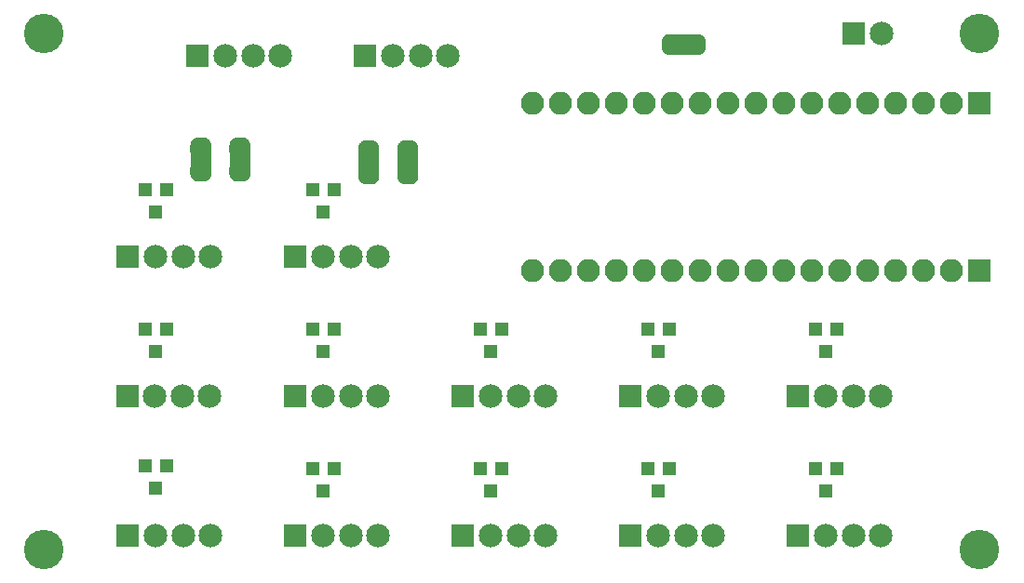
<source format=gbr>
G04 #@! TF.GenerationSoftware,KiCad,Pcbnew,(5.1.2)-2*
G04 #@! TF.CreationDate,2020-02-21T15:06:10-05:00*
G04 #@! TF.ProjectId,Micro-Breakout,4d696372-6f2d-4427-9265-616b6f75742e,rev?*
G04 #@! TF.SameCoordinates,Original*
G04 #@! TF.FileFunction,Soldermask,Top*
G04 #@! TF.FilePolarity,Negative*
%FSLAX46Y46*%
G04 Gerber Fmt 4.6, Leading zero omitted, Abs format (unit mm)*
G04 Created by KiCad (PCBNEW (5.1.2)-2) date 2020-02-21 15:06:10*
%MOMM*%
%LPD*%
G04 APERTURE LIST*
%ADD10O,2.100000X2.100000*%
%ADD11R,2.100000X2.100000*%
%ADD12R,2.150000X2.150000*%
%ADD13C,2.150000*%
%ADD14R,1.200000X1.300000*%
%ADD15C,0.500000*%
%ADD16C,0.100000*%
%ADD17R,1.900000X1.400000*%
%ADD18R,1.400000X1.900000*%
%ADD19C,3.600000*%
G04 APERTURE END LIST*
D10*
X151130000Y-97790000D03*
X153670000Y-97790000D03*
X156210000Y-97790000D03*
X158750000Y-97790000D03*
X161290000Y-97790000D03*
X163830000Y-97790000D03*
X166370000Y-97790000D03*
X168910000Y-97790000D03*
X171450000Y-97790000D03*
X173990000Y-97790000D03*
X176530000Y-97790000D03*
X179070000Y-97790000D03*
X181610000Y-97790000D03*
X184150000Y-97790000D03*
X186690000Y-97790000D03*
X189230000Y-97790000D03*
D11*
X191770000Y-97790000D03*
X191770000Y-113030000D03*
D10*
X189230000Y-113030000D03*
X186690000Y-113030000D03*
X184150000Y-113030000D03*
X181610000Y-113030000D03*
X179070000Y-113030000D03*
X176530000Y-113030000D03*
X173990000Y-113030000D03*
X171450000Y-113030000D03*
X168910000Y-113030000D03*
X166370000Y-113030000D03*
X163830000Y-113030000D03*
X161290000Y-113030000D03*
X158750000Y-113030000D03*
X156210000Y-113030000D03*
X153670000Y-113030000D03*
X151130000Y-113030000D03*
D12*
X114300000Y-111760000D03*
D13*
X116800000Y-111760000D03*
X119300000Y-111760000D03*
X121800000Y-111760000D03*
X137040000Y-124460000D03*
X134540000Y-124460000D03*
X132040000Y-124460000D03*
D12*
X129540000Y-124460000D03*
X114227001Y-124483001D03*
D13*
X116727001Y-124483001D03*
X119227001Y-124483001D03*
X121727001Y-124483001D03*
X137040000Y-111760000D03*
X134540000Y-111760000D03*
X132040000Y-111760000D03*
D12*
X129540000Y-111760000D03*
D14*
X117790000Y-118380000D03*
X115890000Y-118380000D03*
X116840000Y-120380000D03*
X116840000Y-132826000D03*
X115890000Y-130826000D03*
X117790000Y-130826000D03*
X117790000Y-105680000D03*
X115890000Y-105680000D03*
X116840000Y-107680000D03*
X132080000Y-107680000D03*
X131130000Y-105680000D03*
X133030000Y-105680000D03*
D15*
X124477356Y-104227742D03*
D16*
G36*
X123531199Y-103638724D02*
G01*
X123542580Y-103601205D01*
X123561062Y-103566628D01*
X123585935Y-103536321D01*
X123616242Y-103511448D01*
X123650819Y-103492966D01*
X123688338Y-103481585D01*
X123727356Y-103477742D01*
X125227356Y-103477742D01*
X125266374Y-103481585D01*
X125303893Y-103492966D01*
X125338470Y-103511448D01*
X125368777Y-103536321D01*
X125393650Y-103566628D01*
X125412132Y-103601205D01*
X125423513Y-103638724D01*
X125427356Y-103677742D01*
X125427356Y-104227742D01*
X125426754Y-104233854D01*
X125426754Y-104252276D01*
X125425791Y-104271882D01*
X125420981Y-104320713D01*
X125418102Y-104340122D01*
X125408530Y-104388247D01*
X125403760Y-104407290D01*
X125389516Y-104454245D01*
X125382905Y-104472722D01*
X125364128Y-104518055D01*
X125355733Y-104535803D01*
X125332602Y-104579076D01*
X125322516Y-104595904D01*
X125295256Y-104636703D01*
X125283561Y-104652472D01*
X125252433Y-104690401D01*
X125239253Y-104704942D01*
X125204556Y-104739639D01*
X125190015Y-104752819D01*
X125152086Y-104783947D01*
X125136317Y-104795642D01*
X125095518Y-104822902D01*
X125078690Y-104832988D01*
X125035417Y-104856119D01*
X125017669Y-104864514D01*
X124972336Y-104883291D01*
X124953859Y-104889902D01*
X124906904Y-104904146D01*
X124887861Y-104908916D01*
X124839736Y-104918488D01*
X124820327Y-104921367D01*
X124771496Y-104926177D01*
X124751890Y-104927140D01*
X124733468Y-104927140D01*
X124727356Y-104927742D01*
X124227356Y-104927742D01*
X124221244Y-104927140D01*
X124202822Y-104927140D01*
X124183216Y-104926177D01*
X124134385Y-104921367D01*
X124114976Y-104918488D01*
X124066851Y-104908916D01*
X124047808Y-104904146D01*
X124000853Y-104889902D01*
X123982376Y-104883291D01*
X123937043Y-104864514D01*
X123919295Y-104856119D01*
X123876022Y-104832988D01*
X123859194Y-104822902D01*
X123818395Y-104795642D01*
X123802626Y-104783947D01*
X123764697Y-104752819D01*
X123750156Y-104739639D01*
X123715459Y-104704942D01*
X123702279Y-104690401D01*
X123671151Y-104652472D01*
X123659456Y-104636703D01*
X123632196Y-104595904D01*
X123622110Y-104579076D01*
X123598979Y-104535803D01*
X123590584Y-104518055D01*
X123571807Y-104472722D01*
X123565196Y-104454245D01*
X123550952Y-104407290D01*
X123546182Y-104388247D01*
X123536610Y-104340122D01*
X123533731Y-104320713D01*
X123528921Y-104271882D01*
X123527958Y-104252276D01*
X123527958Y-104233854D01*
X123527356Y-104227742D01*
X123527356Y-103677742D01*
X123531199Y-103638724D01*
X123531199Y-103638724D01*
G37*
D15*
X124477356Y-101627742D03*
D16*
G36*
X123527958Y-101621630D02*
G01*
X123527958Y-101603208D01*
X123528921Y-101583602D01*
X123533731Y-101534771D01*
X123536610Y-101515362D01*
X123546182Y-101467237D01*
X123550952Y-101448194D01*
X123565196Y-101401239D01*
X123571807Y-101382762D01*
X123590584Y-101337429D01*
X123598979Y-101319681D01*
X123622110Y-101276408D01*
X123632196Y-101259580D01*
X123659456Y-101218781D01*
X123671151Y-101203012D01*
X123702279Y-101165083D01*
X123715459Y-101150542D01*
X123750156Y-101115845D01*
X123764697Y-101102665D01*
X123802626Y-101071537D01*
X123818395Y-101059842D01*
X123859194Y-101032582D01*
X123876022Y-101022496D01*
X123919295Y-100999365D01*
X123937043Y-100990970D01*
X123982376Y-100972193D01*
X124000853Y-100965582D01*
X124047808Y-100951338D01*
X124066851Y-100946568D01*
X124114976Y-100936996D01*
X124134385Y-100934117D01*
X124183216Y-100929307D01*
X124202822Y-100928344D01*
X124221244Y-100928344D01*
X124227356Y-100927742D01*
X124727356Y-100927742D01*
X124733468Y-100928344D01*
X124751890Y-100928344D01*
X124771496Y-100929307D01*
X124820327Y-100934117D01*
X124839736Y-100936996D01*
X124887861Y-100946568D01*
X124906904Y-100951338D01*
X124953859Y-100965582D01*
X124972336Y-100972193D01*
X125017669Y-100990970D01*
X125035417Y-100999365D01*
X125078690Y-101022496D01*
X125095518Y-101032582D01*
X125136317Y-101059842D01*
X125152086Y-101071537D01*
X125190015Y-101102665D01*
X125204556Y-101115845D01*
X125239253Y-101150542D01*
X125252433Y-101165083D01*
X125283561Y-101203012D01*
X125295256Y-101218781D01*
X125322516Y-101259580D01*
X125332602Y-101276408D01*
X125355733Y-101319681D01*
X125364128Y-101337429D01*
X125382905Y-101382762D01*
X125389516Y-101401239D01*
X125403760Y-101448194D01*
X125408530Y-101467237D01*
X125418102Y-101515362D01*
X125420981Y-101534771D01*
X125425791Y-101583602D01*
X125426754Y-101603208D01*
X125426754Y-101621630D01*
X125427356Y-101627742D01*
X125427356Y-102177742D01*
X125423513Y-102216760D01*
X125412132Y-102254279D01*
X125393650Y-102288856D01*
X125368777Y-102319163D01*
X125338470Y-102344036D01*
X125303893Y-102362518D01*
X125266374Y-102373899D01*
X125227356Y-102377742D01*
X123727356Y-102377742D01*
X123688338Y-102373899D01*
X123650819Y-102362518D01*
X123616242Y-102344036D01*
X123585935Y-102319163D01*
X123561062Y-102288856D01*
X123542580Y-102254279D01*
X123531199Y-102216760D01*
X123527356Y-102177742D01*
X123527356Y-101627742D01*
X123527958Y-101621630D01*
X123527958Y-101621630D01*
G37*
D17*
X124477356Y-102927742D03*
D13*
X182840000Y-91440000D03*
D12*
X180340000Y-91440000D03*
D13*
X152280000Y-137160000D03*
X149780000Y-137160000D03*
X147280000Y-137160000D03*
D12*
X144780000Y-137160000D03*
D13*
X128150000Y-93472000D03*
X125650000Y-93472000D03*
X123150000Y-93472000D03*
D12*
X120650000Y-93472000D03*
D13*
X182760000Y-137160000D03*
X180260000Y-137160000D03*
X177760000Y-137160000D03*
D12*
X175260000Y-137160000D03*
X175260000Y-124460000D03*
D13*
X177760000Y-124460000D03*
X180260000Y-124460000D03*
X182760000Y-124460000D03*
X167520000Y-137160000D03*
X165020000Y-137160000D03*
X162520000Y-137160000D03*
D12*
X160020000Y-137160000D03*
X144780000Y-124460000D03*
D13*
X147280000Y-124460000D03*
X149780000Y-124460000D03*
X152280000Y-124460000D03*
X137040000Y-137160000D03*
X134540000Y-137160000D03*
X132040000Y-137160000D03*
D12*
X129540000Y-137160000D03*
D13*
X121800000Y-137160000D03*
X119300000Y-137160000D03*
X116800000Y-137160000D03*
D12*
X114300000Y-137160000D03*
X135890000Y-93472000D03*
D13*
X138390000Y-93472000D03*
X140890000Y-93472000D03*
X143390000Y-93472000D03*
X167520000Y-124460000D03*
X165020000Y-124460000D03*
X162520000Y-124460000D03*
D12*
X160020000Y-124460000D03*
D17*
X136200666Y-103187773D03*
D15*
X136200666Y-101887773D03*
D16*
G36*
X135251268Y-101881661D02*
G01*
X135251268Y-101863239D01*
X135252231Y-101843633D01*
X135257041Y-101794802D01*
X135259920Y-101775393D01*
X135269492Y-101727268D01*
X135274262Y-101708225D01*
X135288506Y-101661270D01*
X135295117Y-101642793D01*
X135313894Y-101597460D01*
X135322289Y-101579712D01*
X135345420Y-101536439D01*
X135355506Y-101519611D01*
X135382766Y-101478812D01*
X135394461Y-101463043D01*
X135425589Y-101425114D01*
X135438769Y-101410573D01*
X135473466Y-101375876D01*
X135488007Y-101362696D01*
X135525936Y-101331568D01*
X135541705Y-101319873D01*
X135582504Y-101292613D01*
X135599332Y-101282527D01*
X135642605Y-101259396D01*
X135660353Y-101251001D01*
X135705686Y-101232224D01*
X135724163Y-101225613D01*
X135771118Y-101211369D01*
X135790161Y-101206599D01*
X135838286Y-101197027D01*
X135857695Y-101194148D01*
X135906526Y-101189338D01*
X135926132Y-101188375D01*
X135944554Y-101188375D01*
X135950666Y-101187773D01*
X136450666Y-101187773D01*
X136456778Y-101188375D01*
X136475200Y-101188375D01*
X136494806Y-101189338D01*
X136543637Y-101194148D01*
X136563046Y-101197027D01*
X136611171Y-101206599D01*
X136630214Y-101211369D01*
X136677169Y-101225613D01*
X136695646Y-101232224D01*
X136740979Y-101251001D01*
X136758727Y-101259396D01*
X136802000Y-101282527D01*
X136818828Y-101292613D01*
X136859627Y-101319873D01*
X136875396Y-101331568D01*
X136913325Y-101362696D01*
X136927866Y-101375876D01*
X136962563Y-101410573D01*
X136975743Y-101425114D01*
X137006871Y-101463043D01*
X137018566Y-101478812D01*
X137045826Y-101519611D01*
X137055912Y-101536439D01*
X137079043Y-101579712D01*
X137087438Y-101597460D01*
X137106215Y-101642793D01*
X137112826Y-101661270D01*
X137127070Y-101708225D01*
X137131840Y-101727268D01*
X137141412Y-101775393D01*
X137144291Y-101794802D01*
X137149101Y-101843633D01*
X137150064Y-101863239D01*
X137150064Y-101881661D01*
X137150666Y-101887773D01*
X137150666Y-102437773D01*
X137146823Y-102476791D01*
X137135442Y-102514310D01*
X137116960Y-102548887D01*
X137092087Y-102579194D01*
X137061780Y-102604067D01*
X137027203Y-102622549D01*
X136989684Y-102633930D01*
X136950666Y-102637773D01*
X135450666Y-102637773D01*
X135411648Y-102633930D01*
X135374129Y-102622549D01*
X135339552Y-102604067D01*
X135309245Y-102579194D01*
X135284372Y-102548887D01*
X135265890Y-102514310D01*
X135254509Y-102476791D01*
X135250666Y-102437773D01*
X135250666Y-101887773D01*
X135251268Y-101881661D01*
X135251268Y-101881661D01*
G37*
D15*
X136200666Y-104487773D03*
D16*
G36*
X135254509Y-103898755D02*
G01*
X135265890Y-103861236D01*
X135284372Y-103826659D01*
X135309245Y-103796352D01*
X135339552Y-103771479D01*
X135374129Y-103752997D01*
X135411648Y-103741616D01*
X135450666Y-103737773D01*
X136950666Y-103737773D01*
X136989684Y-103741616D01*
X137027203Y-103752997D01*
X137061780Y-103771479D01*
X137092087Y-103796352D01*
X137116960Y-103826659D01*
X137135442Y-103861236D01*
X137146823Y-103898755D01*
X137150666Y-103937773D01*
X137150666Y-104487773D01*
X137150064Y-104493885D01*
X137150064Y-104512307D01*
X137149101Y-104531913D01*
X137144291Y-104580744D01*
X137141412Y-104600153D01*
X137131840Y-104648278D01*
X137127070Y-104667321D01*
X137112826Y-104714276D01*
X137106215Y-104732753D01*
X137087438Y-104778086D01*
X137079043Y-104795834D01*
X137055912Y-104839107D01*
X137045826Y-104855935D01*
X137018566Y-104896734D01*
X137006871Y-104912503D01*
X136975743Y-104950432D01*
X136962563Y-104964973D01*
X136927866Y-104999670D01*
X136913325Y-105012850D01*
X136875396Y-105043978D01*
X136859627Y-105055673D01*
X136818828Y-105082933D01*
X136802000Y-105093019D01*
X136758727Y-105116150D01*
X136740979Y-105124545D01*
X136695646Y-105143322D01*
X136677169Y-105149933D01*
X136630214Y-105164177D01*
X136611171Y-105168947D01*
X136563046Y-105178519D01*
X136543637Y-105181398D01*
X136494806Y-105186208D01*
X136475200Y-105187171D01*
X136456778Y-105187171D01*
X136450666Y-105187773D01*
X135950666Y-105187773D01*
X135944554Y-105187171D01*
X135926132Y-105187171D01*
X135906526Y-105186208D01*
X135857695Y-105181398D01*
X135838286Y-105178519D01*
X135790161Y-105168947D01*
X135771118Y-105164177D01*
X135724163Y-105149933D01*
X135705686Y-105143322D01*
X135660353Y-105124545D01*
X135642605Y-105116150D01*
X135599332Y-105093019D01*
X135582504Y-105082933D01*
X135541705Y-105055673D01*
X135525936Y-105043978D01*
X135488007Y-105012850D01*
X135473466Y-104999670D01*
X135438769Y-104964973D01*
X135425589Y-104950432D01*
X135394461Y-104912503D01*
X135382766Y-104896734D01*
X135355506Y-104855935D01*
X135345420Y-104839107D01*
X135322289Y-104795834D01*
X135313894Y-104778086D01*
X135295117Y-104732753D01*
X135288506Y-104714276D01*
X135274262Y-104667321D01*
X135269492Y-104648278D01*
X135259920Y-104600153D01*
X135257041Y-104580744D01*
X135252231Y-104531913D01*
X135251268Y-104512307D01*
X135251268Y-104493885D01*
X135250666Y-104487773D01*
X135250666Y-103937773D01*
X135254509Y-103898755D01*
X135254509Y-103898755D01*
G37*
D15*
X163546000Y-92456000D03*
D16*
G36*
X164135018Y-91509843D02*
G01*
X164172537Y-91521224D01*
X164207114Y-91539706D01*
X164237421Y-91564579D01*
X164262294Y-91594886D01*
X164280776Y-91629463D01*
X164292157Y-91666982D01*
X164296000Y-91706000D01*
X164296000Y-93206000D01*
X164292157Y-93245018D01*
X164280776Y-93282537D01*
X164262294Y-93317114D01*
X164237421Y-93347421D01*
X164207114Y-93372294D01*
X164172537Y-93390776D01*
X164135018Y-93402157D01*
X164096000Y-93406000D01*
X163546000Y-93406000D01*
X163539888Y-93405398D01*
X163521466Y-93405398D01*
X163501860Y-93404435D01*
X163453029Y-93399625D01*
X163433620Y-93396746D01*
X163385495Y-93387174D01*
X163366452Y-93382404D01*
X163319497Y-93368160D01*
X163301020Y-93361549D01*
X163255687Y-93342772D01*
X163237939Y-93334377D01*
X163194666Y-93311246D01*
X163177838Y-93301160D01*
X163137039Y-93273900D01*
X163121270Y-93262205D01*
X163083341Y-93231077D01*
X163068800Y-93217897D01*
X163034103Y-93183200D01*
X163020923Y-93168659D01*
X162989795Y-93130730D01*
X162978100Y-93114961D01*
X162950840Y-93074162D01*
X162940754Y-93057334D01*
X162917623Y-93014061D01*
X162909228Y-92996313D01*
X162890451Y-92950980D01*
X162883840Y-92932503D01*
X162869596Y-92885548D01*
X162864826Y-92866505D01*
X162855254Y-92818380D01*
X162852375Y-92798971D01*
X162847565Y-92750140D01*
X162846602Y-92730534D01*
X162846602Y-92712112D01*
X162846000Y-92706000D01*
X162846000Y-92206000D01*
X162846602Y-92199888D01*
X162846602Y-92181466D01*
X162847565Y-92161860D01*
X162852375Y-92113029D01*
X162855254Y-92093620D01*
X162864826Y-92045495D01*
X162869596Y-92026452D01*
X162883840Y-91979497D01*
X162890451Y-91961020D01*
X162909228Y-91915687D01*
X162917623Y-91897939D01*
X162940754Y-91854666D01*
X162950840Y-91837838D01*
X162978100Y-91797039D01*
X162989795Y-91781270D01*
X163020923Y-91743341D01*
X163034103Y-91728800D01*
X163068800Y-91694103D01*
X163083341Y-91680923D01*
X163121270Y-91649795D01*
X163137039Y-91638100D01*
X163177838Y-91610840D01*
X163194666Y-91600754D01*
X163237939Y-91577623D01*
X163255687Y-91569228D01*
X163301020Y-91550451D01*
X163319497Y-91543840D01*
X163366452Y-91529596D01*
X163385495Y-91524826D01*
X163433620Y-91515254D01*
X163453029Y-91512375D01*
X163501860Y-91507565D01*
X163521466Y-91506602D01*
X163539888Y-91506602D01*
X163546000Y-91506000D01*
X164096000Y-91506000D01*
X164135018Y-91509843D01*
X164135018Y-91509843D01*
G37*
D15*
X166146000Y-92456000D03*
D16*
G36*
X166152112Y-91506602D02*
G01*
X166170534Y-91506602D01*
X166190140Y-91507565D01*
X166238971Y-91512375D01*
X166258380Y-91515254D01*
X166306505Y-91524826D01*
X166325548Y-91529596D01*
X166372503Y-91543840D01*
X166390980Y-91550451D01*
X166436313Y-91569228D01*
X166454061Y-91577623D01*
X166497334Y-91600754D01*
X166514162Y-91610840D01*
X166554961Y-91638100D01*
X166570730Y-91649795D01*
X166608659Y-91680923D01*
X166623200Y-91694103D01*
X166657897Y-91728800D01*
X166671077Y-91743341D01*
X166702205Y-91781270D01*
X166713900Y-91797039D01*
X166741160Y-91837838D01*
X166751246Y-91854666D01*
X166774377Y-91897939D01*
X166782772Y-91915687D01*
X166801549Y-91961020D01*
X166808160Y-91979497D01*
X166822404Y-92026452D01*
X166827174Y-92045495D01*
X166836746Y-92093620D01*
X166839625Y-92113029D01*
X166844435Y-92161860D01*
X166845398Y-92181466D01*
X166845398Y-92199888D01*
X166846000Y-92206000D01*
X166846000Y-92706000D01*
X166845398Y-92712112D01*
X166845398Y-92730534D01*
X166844435Y-92750140D01*
X166839625Y-92798971D01*
X166836746Y-92818380D01*
X166827174Y-92866505D01*
X166822404Y-92885548D01*
X166808160Y-92932503D01*
X166801549Y-92950980D01*
X166782772Y-92996313D01*
X166774377Y-93014061D01*
X166751246Y-93057334D01*
X166741160Y-93074162D01*
X166713900Y-93114961D01*
X166702205Y-93130730D01*
X166671077Y-93168659D01*
X166657897Y-93183200D01*
X166623200Y-93217897D01*
X166608659Y-93231077D01*
X166570730Y-93262205D01*
X166554961Y-93273900D01*
X166514162Y-93301160D01*
X166497334Y-93311246D01*
X166454061Y-93334377D01*
X166436313Y-93342772D01*
X166390980Y-93361549D01*
X166372503Y-93368160D01*
X166325548Y-93382404D01*
X166306505Y-93387174D01*
X166258380Y-93396746D01*
X166238971Y-93399625D01*
X166190140Y-93404435D01*
X166170534Y-93405398D01*
X166152112Y-93405398D01*
X166146000Y-93406000D01*
X165596000Y-93406000D01*
X165556982Y-93402157D01*
X165519463Y-93390776D01*
X165484886Y-93372294D01*
X165454579Y-93347421D01*
X165429706Y-93317114D01*
X165411224Y-93282537D01*
X165399843Y-93245018D01*
X165396000Y-93206000D01*
X165396000Y-91706000D01*
X165399843Y-91666982D01*
X165411224Y-91629463D01*
X165429706Y-91594886D01*
X165454579Y-91564579D01*
X165484886Y-91539706D01*
X165519463Y-91521224D01*
X165556982Y-91509843D01*
X165596000Y-91506000D01*
X166146000Y-91506000D01*
X166152112Y-91506602D01*
X166152112Y-91506602D01*
G37*
D18*
X164846000Y-92456000D03*
D17*
X120921356Y-102927742D03*
D15*
X120921356Y-101627742D03*
D16*
G36*
X119971958Y-101621630D02*
G01*
X119971958Y-101603208D01*
X119972921Y-101583602D01*
X119977731Y-101534771D01*
X119980610Y-101515362D01*
X119990182Y-101467237D01*
X119994952Y-101448194D01*
X120009196Y-101401239D01*
X120015807Y-101382762D01*
X120034584Y-101337429D01*
X120042979Y-101319681D01*
X120066110Y-101276408D01*
X120076196Y-101259580D01*
X120103456Y-101218781D01*
X120115151Y-101203012D01*
X120146279Y-101165083D01*
X120159459Y-101150542D01*
X120194156Y-101115845D01*
X120208697Y-101102665D01*
X120246626Y-101071537D01*
X120262395Y-101059842D01*
X120303194Y-101032582D01*
X120320022Y-101022496D01*
X120363295Y-100999365D01*
X120381043Y-100990970D01*
X120426376Y-100972193D01*
X120444853Y-100965582D01*
X120491808Y-100951338D01*
X120510851Y-100946568D01*
X120558976Y-100936996D01*
X120578385Y-100934117D01*
X120627216Y-100929307D01*
X120646822Y-100928344D01*
X120665244Y-100928344D01*
X120671356Y-100927742D01*
X121171356Y-100927742D01*
X121177468Y-100928344D01*
X121195890Y-100928344D01*
X121215496Y-100929307D01*
X121264327Y-100934117D01*
X121283736Y-100936996D01*
X121331861Y-100946568D01*
X121350904Y-100951338D01*
X121397859Y-100965582D01*
X121416336Y-100972193D01*
X121461669Y-100990970D01*
X121479417Y-100999365D01*
X121522690Y-101022496D01*
X121539518Y-101032582D01*
X121580317Y-101059842D01*
X121596086Y-101071537D01*
X121634015Y-101102665D01*
X121648556Y-101115845D01*
X121683253Y-101150542D01*
X121696433Y-101165083D01*
X121727561Y-101203012D01*
X121739256Y-101218781D01*
X121766516Y-101259580D01*
X121776602Y-101276408D01*
X121799733Y-101319681D01*
X121808128Y-101337429D01*
X121826905Y-101382762D01*
X121833516Y-101401239D01*
X121847760Y-101448194D01*
X121852530Y-101467237D01*
X121862102Y-101515362D01*
X121864981Y-101534771D01*
X121869791Y-101583602D01*
X121870754Y-101603208D01*
X121870754Y-101621630D01*
X121871356Y-101627742D01*
X121871356Y-102177742D01*
X121867513Y-102216760D01*
X121856132Y-102254279D01*
X121837650Y-102288856D01*
X121812777Y-102319163D01*
X121782470Y-102344036D01*
X121747893Y-102362518D01*
X121710374Y-102373899D01*
X121671356Y-102377742D01*
X120171356Y-102377742D01*
X120132338Y-102373899D01*
X120094819Y-102362518D01*
X120060242Y-102344036D01*
X120029935Y-102319163D01*
X120005062Y-102288856D01*
X119986580Y-102254279D01*
X119975199Y-102216760D01*
X119971356Y-102177742D01*
X119971356Y-101627742D01*
X119971958Y-101621630D01*
X119971958Y-101621630D01*
G37*
D15*
X120921356Y-104227742D03*
D16*
G36*
X119975199Y-103638724D02*
G01*
X119986580Y-103601205D01*
X120005062Y-103566628D01*
X120029935Y-103536321D01*
X120060242Y-103511448D01*
X120094819Y-103492966D01*
X120132338Y-103481585D01*
X120171356Y-103477742D01*
X121671356Y-103477742D01*
X121710374Y-103481585D01*
X121747893Y-103492966D01*
X121782470Y-103511448D01*
X121812777Y-103536321D01*
X121837650Y-103566628D01*
X121856132Y-103601205D01*
X121867513Y-103638724D01*
X121871356Y-103677742D01*
X121871356Y-104227742D01*
X121870754Y-104233854D01*
X121870754Y-104252276D01*
X121869791Y-104271882D01*
X121864981Y-104320713D01*
X121862102Y-104340122D01*
X121852530Y-104388247D01*
X121847760Y-104407290D01*
X121833516Y-104454245D01*
X121826905Y-104472722D01*
X121808128Y-104518055D01*
X121799733Y-104535803D01*
X121776602Y-104579076D01*
X121766516Y-104595904D01*
X121739256Y-104636703D01*
X121727561Y-104652472D01*
X121696433Y-104690401D01*
X121683253Y-104704942D01*
X121648556Y-104739639D01*
X121634015Y-104752819D01*
X121596086Y-104783947D01*
X121580317Y-104795642D01*
X121539518Y-104822902D01*
X121522690Y-104832988D01*
X121479417Y-104856119D01*
X121461669Y-104864514D01*
X121416336Y-104883291D01*
X121397859Y-104889902D01*
X121350904Y-104904146D01*
X121331861Y-104908916D01*
X121283736Y-104918488D01*
X121264327Y-104921367D01*
X121215496Y-104926177D01*
X121195890Y-104927140D01*
X121177468Y-104927140D01*
X121171356Y-104927742D01*
X120671356Y-104927742D01*
X120665244Y-104927140D01*
X120646822Y-104927140D01*
X120627216Y-104926177D01*
X120578385Y-104921367D01*
X120558976Y-104918488D01*
X120510851Y-104908916D01*
X120491808Y-104904146D01*
X120444853Y-104889902D01*
X120426376Y-104883291D01*
X120381043Y-104864514D01*
X120363295Y-104856119D01*
X120320022Y-104832988D01*
X120303194Y-104822902D01*
X120262395Y-104795642D01*
X120246626Y-104783947D01*
X120208697Y-104752819D01*
X120194156Y-104739639D01*
X120159459Y-104704942D01*
X120146279Y-104690401D01*
X120115151Y-104652472D01*
X120103456Y-104636703D01*
X120076196Y-104595904D01*
X120066110Y-104579076D01*
X120042979Y-104535803D01*
X120034584Y-104518055D01*
X120015807Y-104472722D01*
X120009196Y-104454245D01*
X119994952Y-104407290D01*
X119990182Y-104388247D01*
X119980610Y-104340122D01*
X119977731Y-104320713D01*
X119972921Y-104271882D01*
X119971958Y-104252276D01*
X119971958Y-104233854D01*
X119971356Y-104227742D01*
X119971356Y-103677742D01*
X119975199Y-103638724D01*
X119975199Y-103638724D01*
G37*
D15*
X139756666Y-104487773D03*
D16*
G36*
X138810509Y-103898755D02*
G01*
X138821890Y-103861236D01*
X138840372Y-103826659D01*
X138865245Y-103796352D01*
X138895552Y-103771479D01*
X138930129Y-103752997D01*
X138967648Y-103741616D01*
X139006666Y-103737773D01*
X140506666Y-103737773D01*
X140545684Y-103741616D01*
X140583203Y-103752997D01*
X140617780Y-103771479D01*
X140648087Y-103796352D01*
X140672960Y-103826659D01*
X140691442Y-103861236D01*
X140702823Y-103898755D01*
X140706666Y-103937773D01*
X140706666Y-104487773D01*
X140706064Y-104493885D01*
X140706064Y-104512307D01*
X140705101Y-104531913D01*
X140700291Y-104580744D01*
X140697412Y-104600153D01*
X140687840Y-104648278D01*
X140683070Y-104667321D01*
X140668826Y-104714276D01*
X140662215Y-104732753D01*
X140643438Y-104778086D01*
X140635043Y-104795834D01*
X140611912Y-104839107D01*
X140601826Y-104855935D01*
X140574566Y-104896734D01*
X140562871Y-104912503D01*
X140531743Y-104950432D01*
X140518563Y-104964973D01*
X140483866Y-104999670D01*
X140469325Y-105012850D01*
X140431396Y-105043978D01*
X140415627Y-105055673D01*
X140374828Y-105082933D01*
X140358000Y-105093019D01*
X140314727Y-105116150D01*
X140296979Y-105124545D01*
X140251646Y-105143322D01*
X140233169Y-105149933D01*
X140186214Y-105164177D01*
X140167171Y-105168947D01*
X140119046Y-105178519D01*
X140099637Y-105181398D01*
X140050806Y-105186208D01*
X140031200Y-105187171D01*
X140012778Y-105187171D01*
X140006666Y-105187773D01*
X139506666Y-105187773D01*
X139500554Y-105187171D01*
X139482132Y-105187171D01*
X139462526Y-105186208D01*
X139413695Y-105181398D01*
X139394286Y-105178519D01*
X139346161Y-105168947D01*
X139327118Y-105164177D01*
X139280163Y-105149933D01*
X139261686Y-105143322D01*
X139216353Y-105124545D01*
X139198605Y-105116150D01*
X139155332Y-105093019D01*
X139138504Y-105082933D01*
X139097705Y-105055673D01*
X139081936Y-105043978D01*
X139044007Y-105012850D01*
X139029466Y-104999670D01*
X138994769Y-104964973D01*
X138981589Y-104950432D01*
X138950461Y-104912503D01*
X138938766Y-104896734D01*
X138911506Y-104855935D01*
X138901420Y-104839107D01*
X138878289Y-104795834D01*
X138869894Y-104778086D01*
X138851117Y-104732753D01*
X138844506Y-104714276D01*
X138830262Y-104667321D01*
X138825492Y-104648278D01*
X138815920Y-104600153D01*
X138813041Y-104580744D01*
X138808231Y-104531913D01*
X138807268Y-104512307D01*
X138807268Y-104493885D01*
X138806666Y-104487773D01*
X138806666Y-103937773D01*
X138810509Y-103898755D01*
X138810509Y-103898755D01*
G37*
D15*
X139756666Y-101887773D03*
D16*
G36*
X138807268Y-101881661D02*
G01*
X138807268Y-101863239D01*
X138808231Y-101843633D01*
X138813041Y-101794802D01*
X138815920Y-101775393D01*
X138825492Y-101727268D01*
X138830262Y-101708225D01*
X138844506Y-101661270D01*
X138851117Y-101642793D01*
X138869894Y-101597460D01*
X138878289Y-101579712D01*
X138901420Y-101536439D01*
X138911506Y-101519611D01*
X138938766Y-101478812D01*
X138950461Y-101463043D01*
X138981589Y-101425114D01*
X138994769Y-101410573D01*
X139029466Y-101375876D01*
X139044007Y-101362696D01*
X139081936Y-101331568D01*
X139097705Y-101319873D01*
X139138504Y-101292613D01*
X139155332Y-101282527D01*
X139198605Y-101259396D01*
X139216353Y-101251001D01*
X139261686Y-101232224D01*
X139280163Y-101225613D01*
X139327118Y-101211369D01*
X139346161Y-101206599D01*
X139394286Y-101197027D01*
X139413695Y-101194148D01*
X139462526Y-101189338D01*
X139482132Y-101188375D01*
X139500554Y-101188375D01*
X139506666Y-101187773D01*
X140006666Y-101187773D01*
X140012778Y-101188375D01*
X140031200Y-101188375D01*
X140050806Y-101189338D01*
X140099637Y-101194148D01*
X140119046Y-101197027D01*
X140167171Y-101206599D01*
X140186214Y-101211369D01*
X140233169Y-101225613D01*
X140251646Y-101232224D01*
X140296979Y-101251001D01*
X140314727Y-101259396D01*
X140358000Y-101282527D01*
X140374828Y-101292613D01*
X140415627Y-101319873D01*
X140431396Y-101331568D01*
X140469325Y-101362696D01*
X140483866Y-101375876D01*
X140518563Y-101410573D01*
X140531743Y-101425114D01*
X140562871Y-101463043D01*
X140574566Y-101478812D01*
X140601826Y-101519611D01*
X140611912Y-101536439D01*
X140635043Y-101579712D01*
X140643438Y-101597460D01*
X140662215Y-101642793D01*
X140668826Y-101661270D01*
X140683070Y-101708225D01*
X140687840Y-101727268D01*
X140697412Y-101775393D01*
X140700291Y-101794802D01*
X140705101Y-101843633D01*
X140706064Y-101863239D01*
X140706064Y-101881661D01*
X140706666Y-101887773D01*
X140706666Y-102437773D01*
X140702823Y-102476791D01*
X140691442Y-102514310D01*
X140672960Y-102548887D01*
X140648087Y-102579194D01*
X140617780Y-102604067D01*
X140583203Y-102622549D01*
X140545684Y-102633930D01*
X140506666Y-102637773D01*
X139006666Y-102637773D01*
X138967648Y-102633930D01*
X138930129Y-102622549D01*
X138895552Y-102604067D01*
X138865245Y-102579194D01*
X138840372Y-102548887D01*
X138821890Y-102514310D01*
X138810509Y-102476791D01*
X138806666Y-102437773D01*
X138806666Y-101887773D01*
X138807268Y-101881661D01*
X138807268Y-101881661D01*
G37*
D17*
X139756666Y-103187773D03*
D19*
X106680000Y-138430000D03*
X106680000Y-91440000D03*
X191770000Y-138430000D03*
X191770000Y-91440000D03*
D14*
X132080000Y-120380000D03*
X131130000Y-118380000D03*
X133030000Y-118380000D03*
X177800000Y-133080000D03*
X176850000Y-131080000D03*
X178750000Y-131080000D03*
X178750000Y-118380000D03*
X176850000Y-118380000D03*
X177800000Y-120380000D03*
X162560000Y-133080000D03*
X161610000Y-131080000D03*
X163510000Y-131080000D03*
X163510000Y-118380000D03*
X161610000Y-118380000D03*
X162560000Y-120380000D03*
X147320000Y-133080000D03*
X146370000Y-131080000D03*
X148270000Y-131080000D03*
X148270000Y-118380000D03*
X146370000Y-118380000D03*
X147320000Y-120380000D03*
X132080000Y-133080000D03*
X131130000Y-131080000D03*
X133030000Y-131080000D03*
M02*

</source>
